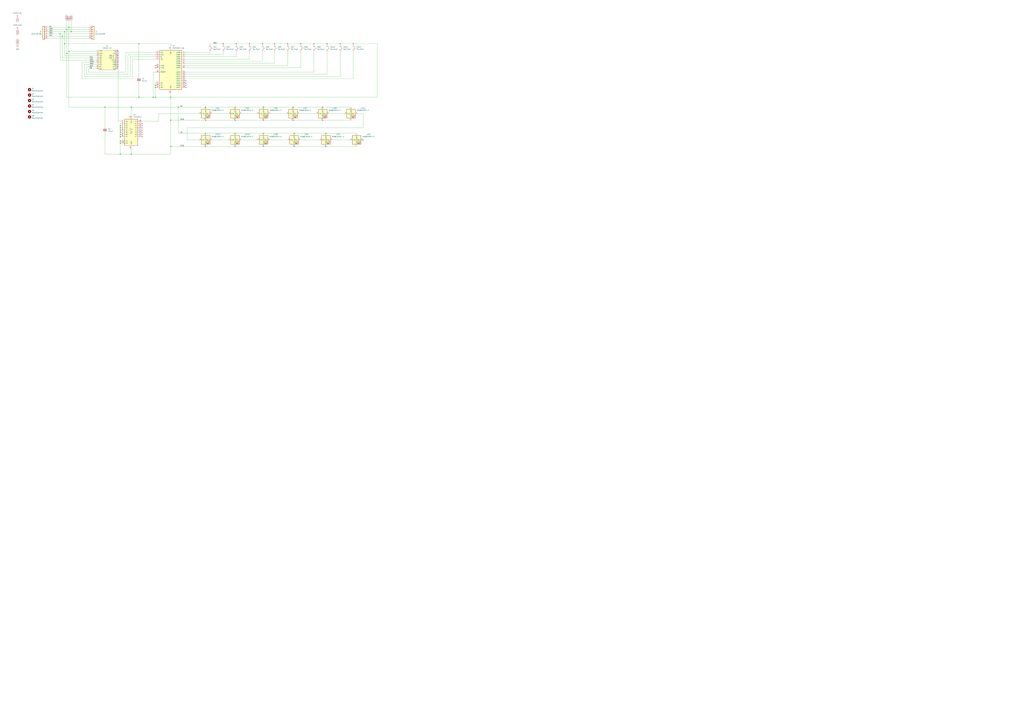
<source format=kicad_sch>
(kicad_sch (version 20250114) (generator "eeschema") (generator_version "9.0")
  (paper "A0")
  (lib_symbols
    (symbol "74xx:74AHC541" (pin_names (offset 1.016))
      (property "Reference" "U" (at -7.62 16.51 0))
      (property "Value" "74AHC541" (at -7.62 -16.51 0))
      (symbol "74AHC541_1_0"
        (polyline (pts (xy -1.27 -1.6002) (xy 0.635 -1.6002) (xy 0.635 0.9398) (xy 1.27 0.9398)))
        (polyline (pts (xy -0.635 -1.6002) (xy -0.635 0.9398) (xy 0.635 0.9398)))
        (polyline (pts (xy 1.27 3.4798) (xy -1.27 4.7498) (xy -1.27 2.2098) (xy 1.27 3.4798)) (stroke (width 0.1524)))
        (pin input line (at -12.7 12.7 0) (length 5.08) (name "A0") (number "2"))
        (pin input line (at -12.7 10.16 0) (length 5.08) (name "A1") (number "3"))
        (pin input line (at -12.7 7.62 0) (length 5.08) (name "A2") (number "4"))
        (pin input line (at -12.7 5.08 0) (length 5.08) (name "A3") (number "5"))
        (pin input line (at -12.7 2.54 0) (length 5.08) (name "A4") (number "6"))
        (pin input line (at -12.7 0 0) (length 5.08) (name "A5") (number "7"))
        (pin input line (at -12.7 -2.54 0) (length 5.08) (name "A6") (number "8"))
        (pin input line (at -12.7 -5.08 0) (length 5.08) (name "A7") (number "9"))
        (pin input inverted (at -12.7 -10.16 0) (length 5.08) (name "G1") (number "1"))
        (pin input inverted (at -12.7 -12.7 0) (length 5.08) (name "G2") (number "19"))
        (pin power_in line (at 0 20.32 270) (length 5.08) (name "VCC") (number "20"))
        (pin power_in line (at 0 -20.32 90) (length 5.08) (name "GND") (number "10"))
        (pin tri_state line (at 12.7 12.7 180) (length 5.08) (name "Y0") (number "18"))
        (pin tri_state line (at 12.7 10.16 180) (length 5.08) (name "Y1") (number "17"))
        (pin tri_state line (at 12.7 7.62 180) (length 5.08) (name "Y2") (number "16"))
        (pin tri_state line (at 12.7 5.08 180) (length 5.08) (name "Y3") (number "15"))
        (pin tri_state line (at 12.7 2.54 180) (length 5.08) (name "Y4") (number "14"))
        (pin tri_state line (at 12.7 0 180) (length 5.08) (name "Y5") (number "13"))
        (pin tri_state line (at 12.7 -2.54 180) (length 5.08) (name "Y6") (number "12"))
        (pin tri_state line (at 12.7 -5.08 180) (length 5.08) (name "Y7") (number "11"))
      )
      (symbol "74AHC541_1_1"
        (rectangle (start -7.62 15.24) (end 7.62 -15.24) (stroke (width 0.254)) (fill (type background)))
      )
    )
    (symbol "Connector_Generic:Conn_01x06" (pin_names (offset 1.016) (hide yes))
      (property "Reference" "J" (at 0 7.62 0))
      (property "Value" "Conn_01x06" (at 0 -10.16 0))
      (symbol "Conn_01x06_1_1"
        (rectangle (start -1.27 6.35) (end 1.27 -8.89) (stroke (width 0.254)) (fill (type background)))
        (rectangle (start -1.27 5.207) (end 0 4.953) (stroke (width 0.1524)))
        (rectangle (start -1.27 2.667) (end 0 2.413) (stroke (width 0.1524)))
        (rectangle (start -1.27 0.127) (end 0 -0.127) (stroke (width 0.1524)))
        (rectangle (start -1.27 -2.413) (end 0 -2.667) (stroke (width 0.1524)))
        (rectangle (start -1.27 -4.953) (end 0 -5.207) (stroke (width 0.1524)))
        (rectangle (start -1.27 -7.493) (end 0 -7.747) (stroke (width 0.1524)))
        (pin passive line (at -5.08 5.08 0) (length 3.81) (name "Pin_1") (number "1"))
        (pin passive line (at -5.08 2.54 0) (length 3.81) (name "Pin_2") (number "2"))
        (pin passive line (at -5.08 0 0) (length 3.81) (name "Pin_3") (number "3"))
        (pin passive line (at -5.08 -2.54 0) (length 3.81) (name "Pin_4") (number "4"))
        (pin passive line (at -5.08 -5.08 0) (length 3.81) (name "Pin_5") (number "5"))
        (pin passive line (at -5.08 -7.62 0) (length 3.81) (name "Pin_6") (number "6"))
      )
    )
    (symbol "Device:C" (pin_numbers (hide yes)) (pin_names (offset 0.254))
      (property "Reference" "C" (at 0.635 2.54 0))
      (property "Value" "C" (at 0.635 -2.54 0))
      (symbol "C_0_1"
        (polyline (pts (xy -2.032 0.762) (xy 2.032 0.762)) (stroke (width 0.508)))
        (polyline (pts (xy -2.032 -0.762) (xy 2.032 -0.762)) (stroke (width 0.508)))
      )
      (symbol "C_1_1"
        (pin passive line (at 0 3.81 270) (length 2.794) (name "~") (number "1"))
        (pin passive line (at 0 -3.81 90) (length 2.794) (name "~") (number "2"))
      )
    )
    (symbol "Interface_Expansion:MCP23S17_SO" (pin_names (offset 1.016))
      (property "Reference" "U" (at -11.43 24.13 0))
      (property "Value" "MCP23S17_SO" (at 0 0 0))
      (symbol "MCP23S17_SO_0_1"
        (rectangle (start -12.7 22.86) (end 12.7 -22.86) (stroke (width 0.254)) (fill (type background)))
      )
      (symbol "MCP23S17_SO_1_1"
        (pin input line (at -17.78 20.32 0) (length 5.08) (name "~{CS}") (number "11"))
        (pin input line (at -17.78 17.78 0) (length 5.08) (name "SCK") (number "12"))
        (pin input line (at -17.78 15.24 0) (length 5.08) (name "SI") (number "13"))
        (pin output line (at -17.78 12.7 0) (length 5.08) (name "SO") (number "14"))
        (pin tri_state line (at -17.78 5.08 0) (length 5.08) (name "INTB") (number "19"))
        (pin tri_state line (at -17.78 2.54 0) (length 5.08) (name "INTA") (number "20"))
        (pin input line (at -17.78 -2.54 0) (length 5.08) (name "~{RESET}") (number "18"))
        (pin input line (at -17.78 -15.24 0) (length 5.08) (name "A2") (number "17"))
        (pin input line (at -17.78 -17.78 0) (length 5.08) (name "A1") (number "16"))
        (pin input line (at -17.78 -20.32 0) (length 5.08) (name "A0") (number "15"))
        (pin power_in line (at 0 27.94 270) (length 5.08) (name "VDD") (number "9"))
        (pin power_in line (at 0 -27.94 90) (length 5.08) (name "VSS") (number "10"))
        (pin bidirectional line (at 17.78 20.32 180) (length 5.08) (name "GPB0") (number "1"))
        (pin bidirectional line (at 17.78 17.78 180) (length 5.08) (name "GPB1") (number "2"))
        (pin bidirectional line (at 17.78 15.24 180) (length 5.08) (name "GPB2") (number "3"))
        (pin bidirectional line (at 17.78 12.7 180) (length 5.08) (name "GPB3") (number "4"))
        (pin bidirectional line (at 17.78 10.16 180) (length 5.08) (name "GPB4") (number "5"))
        (pin bidirectional line (at 17.78 7.62 180) (length 5.08) (name "GPB5") (number "6"))
        (pin bidirectional line (at 17.78 5.08 180) (length 5.08) (name "GPB6") (number "7"))
        (pin bidirectional line (at 17.78 2.54 180) (length 5.08) (name "GPB7") (number "8"))
        (pin bidirectional line (at 17.78 -2.54 180) (length 5.08) (name "GPA0") (number "21"))
        (pin bidirectional line (at 17.78 -5.08 180) (length 5.08) (name "GPA1") (number "22"))
        (pin bidirectional line (at 17.78 -7.62 180) (length 5.08) (name "GPA2") (number "23"))
        (pin bidirectional line (at 17.78 -10.16 180) (length 5.08) (name "GPA3") (number "24"))
        (pin bidirectional line (at 17.78 -12.7 180) (length 5.08) (name "GPA4") (number "25"))
        (pin bidirectional line (at 17.78 -15.24 180) (length 5.08) (name "GPA5") (number "26"))
        (pin bidirectional line (at 17.78 -17.78 180) (length 5.08) (name "GPA6") (number "27"))
        (pin bidirectional line (at 17.78 -20.32 180) (length 5.08) (name "GPA7") (number "28"))
      )
    )
    (symbol "JonathanAdams-Waveshare-ESP32:Waveshare-ESP32-C3-Zero"
      (property "Reference" "U" (at -9.652 12.446 0))
      (symbol "Waveshare-ESP32-C3-Zero_1_1"
        (rectangle (start -10.16 11.43) (end 10.16 -11.43) (fill (type background)))
        (pin power_in line (at -12.7 10.16 0) (length 2.54) (name "VCC") (number "1"))
        (pin power_in line (at -12.7 7.62 0) (length 2.54) (name "GND") (number "2"))
        (pin power_out line (at -12.7 5.08 0) (length 2.54) (name "V3V") (number "3"))
        (pin bidirectional line (at -12.7 2.54 0) (length 2.54) (name "IO0") (number "4"))
        (pin bidirectional line (at -12.7 0 0) (length 2.54) (name "IO1") (number "5"))
        (pin bidirectional line (at -12.7 -2.54 0) (length 2.54) (name "IO2") (number "6"))
        (pin bidirectional line (at -12.7 -5.08 0) (length 2.54) (name "IO3") (number "7"))
        (pin bidirectional line (at -12.7 -7.62 0) (length 2.54) (name "IO4") (number "8"))
        (pin bidirectional line (at -12.7 -10.16 0) (length 2.54) (name "IO5") (number "9"))
        (pin bidirectional line (at 12.7 10.16 180) (length 2.54) (name "IO21") (number "18") (alternate "TX" bidirectional line))
        (pin bidirectional line (at 12.7 7.62 180) (length 2.54) (name "IO20") (number "17") (alternate "RX" bidirectional line))
        (pin bidirectional line (at 12.7 5.08 180) (length 2.54) (name "IO19") (number "16") (alternate "USB_D+" bidirectional line))
        (pin bidirectional line (at 12.7 2.54 180) (length 2.54) (name "IO18") (number "15") (alternate "USB_D-" bidirectional line))
        (pin bidirectional line (at 12.7 0 180) (length 2.54) (name "IO10") (number "14"))
        (pin bidirectional line (at 12.7 -2.54 180) (length 2.54) (name "IO9") (number "13"))
        (pin bidirectional line (at 12.7 -5.08 180) (length 2.54) (name "IO8") (number "12"))
        (pin bidirectional line (at 12.7 -7.62 180) (length 2.54) (name "IO7") (number "11"))
        (pin bidirectional line (at 12.7 -10.16 180) (length 2.54) (name "IO6") (number "10"))
      )
    )
    (symbol "Mechanical:MountingHole" (pin_names (offset 1.016)) (in_bom no)
      (property "Reference" "H" (at 0 5.08 0))
      (property "Value" "MountingHole" (at 0 3.175 0))
      (symbol "MountingHole_0_1"
        (circle (center 0 0) (radius 1.27) (stroke (width 1.27)))
      )
    )
    (symbol "PCM_marbastlib-various:SK6812MINI-E"
      (property "Reference" "LED" (at 2.54 6.35 0))
      (property "Value" "SK6812MINI-E" (at 7.62 -6.35 0))
      (symbol "SK6812MINI-E_0_0"
        (text "RGB" (at 2.286 -4.191 0) (effects (font (size 0.762 0.762))))
      )
      (symbol "SK6812MINI-E_0_1"
        (polyline (pts (xy 1.27 -2.54) (xy 1.778 -2.54)))
        (polyline (pts (xy 1.27 -3.556) (xy 1.778 -3.556)))
        (polyline (pts (xy 2.286 -1.524) (xy 1.27 -2.54) (xy 1.27 -2.032)))
        (polyline (pts (xy 2.286 -2.54) (xy 1.27 -3.556) (xy 1.27 -3.048)))
        (polyline (pts (xy 3.683 -1.016) (xy 3.683 -3.556) (xy 3.683 -4.064)))
        (polyline (pts (xy 4.699 -1.524) (xy 2.667 -1.524) (xy 3.683 -3.556) (xy 4.699 -1.524)))
        (polyline (pts (xy 4.699 -3.556) (xy 2.667 -3.556)))
        (rectangle (start 5.08 5.08) (end -5.08 -5.08) (stroke (width 0.254)) (fill (type background)))
      )
      (symbol "SK6812MINI-E_1_1"
        (pin input line (at -7.62 0 0) (length 2.54) (name "DIN") (number "3"))
        (pin power_in line (at 0 7.62 270) (length 2.54) (name "VDD") (number "1"))
        (pin power_in line (at 0 -7.62 90) (length 2.54) (name "VSS") (number "4"))
        (pin output line (at 7.62 0 180) (length 2.54) (name "DOUT") (number "2"))
      )
    )
    (symbol "Switch:SW_Push" (pin_numbers (hide yes)) (pin_names (offset 1.016) (hide yes))
      (property "Reference" "SW" (at 1.27 2.54 0))
      (property "Value" "SW_Push" (at 0 -1.524 0))
      (symbol "SW_Push_0_1"
        (circle (center -2.032 0) (radius 0.508))
        (polyline (pts (xy 0 1.27) (xy 0 3.048)))
        (circle (center 2.032 0) (radius 0.508))
        (polyline (pts (xy 2.54 1.27) (xy -2.54 1.27)))
        (pin passive line (at -5.08 0 0) (length 2.54) (name "1") (number "1"))
        (pin passive line (at 5.08 0 180) (length 2.54) (name "2") (number "2"))
      )
    )
    (symbol "power:GND" (power) (pin_numbers (hide yes)) (pin_names (offset 0) (hide yes))
      (property "Value" "GND" (at 0 -3.81 0))
      (symbol "GND_0_1"
        (polyline (pts (xy 0 0) (xy 0 -1.27) (xy 1.27 -1.27) (xy 0 -2.54) (xy -1.27 -1.27) (xy 0 -1.27)))
      )
      (symbol "GND_1_1"
        (pin power_in line (at 0 0 270) (length 0) (name "~") (number "1"))
      )
    )
    (symbol "power:PWR_FLAG" (power) (pin_numbers (hide yes)) (pin_names (offset 0) (hide yes))
      (property "Value" "PWR_FLAG" (at 0 3.81 0))
      (symbol "PWR_FLAG_0_0"
        (pin power_out line (at 0 0 90) (length 0) (name "~") (number "1"))
      )
      (symbol "PWR_FLAG_0_1"
        (polyline (pts (xy 0 0) (xy 0 1.27) (xy -1.016 1.905) (xy 0 2.54) (xy 1.016 1.905) (xy 0 1.27)))
      )
    )
  )
  (junction (at 340.36 124.46))
  (junction (at 341.63 154.94))
  (junction (at 152.4 124.46))
  (junction (at 152.4 179.07))
  (junction (at 259.08 50.8))
  (junction (at 180.34 113.03))
  (junction (at 273.05 154.94))
  (junction (at 180.34 99.06))
  (junction (at 139.7 179.07))
  (junction (at 378.46 154.94))
  (junction (at 238.76 154.94))
  (junction (at 139.7 158.75))
  (junction (at 410.21 50.8))
  (junction (at 139.7 166.37))
  (junction (at 378.46 170.18))
  (junction (at 121.92 124.46))
  (junction (at 139.7 156.21))
  (junction (at 334.01 50.8))
  (junction (at 69.85 39.37))
  (junction (at 273.05 170.18))
  (junction (at 139.7 146.05))
  (junction (at 139.7 153.67))
  (junction (at 349.25 50.8))
  (junction (at 198.12 113.03))
  (junction (at 198.12 139.7))
  (junction (at 238.76 124.46))
  (junction (at 139.7 151.13))
  (junction (at 394.97 50.8))
  (junction (at 74.93 50.8))
  (junction (at 139.7 163.83))
  (junction (at 289.56 50.8))
  (junction (at 80.01 31.75))
  (junction (at 318.77 50.8))
  (junction (at 274.32 50.8))
  (junction (at 198.12 170.18))
  (junction (at 77.47 34.29))
  (junction (at 72.39 41.91))
  (junction (at 374.65 124.46))
  (junction (at 273.05 139.7))
  (junction (at 74.93 36.83))
  (junction (at 379.73 50.8))
  (junction (at 341.63 170.18))
  (junction (at 161.29 113.03))
  (junction (at 207.01 124.46))
  (junction (at 80.01 59.69))
  (junction (at 77.47 62.23))
  (junction (at 82.55 36.83))
  (junction (at 306.07 154.94))
  (junction (at 304.8 50.8))
  (junction (at 180.34 101.6))
  (junction (at 238.76 170.18))
  (junction (at 306.07 170.18))
  (junction (at 364.49 50.8))
  (junction (at 161.29 50.8))
  (junction (at 306.07 139.7))
  (junction (at 340.36 139.7))
  (junction (at 238.76 139.7))
  (junction (at 374.65 139.7))
  (junction (at 273.05 124.46))
  (junction (at 139.7 148.59))
  (junction (at 306.07 124.46))
  (junction (at 177.8 113.03))
  (no_connect (at 215.9 101.6))
  (no_connect (at 137.16 77.47))
  (no_connect (at 165.1 151.13))
  (no_connect (at 165.1 148.59))
  (no_connect (at 165.1 158.75))
  (no_connect (at 165.1 143.51))
  (no_connect (at 215.9 96.52))
  (no_connect (at 137.16 72.39))
  (no_connect (at 180.34 76.2))
  (no_connect (at 165.1 156.21))
  (no_connect (at 137.16 59.69))
  (no_connect (at 137.16 69.85))
  (no_connect (at 165.1 153.67))
  (no_connect (at 137.16 67.31))
  (no_connect (at 215.9 93.98))
  (no_connect (at 165.1 146.05))
  (no_connect (at 180.34 78.74))
  (no_connect (at 137.16 74.93))
  (no_connect (at 215.9 99.06))
  (no_connect (at 137.16 62.23))
  (no_connect (at 421.64 162.56))
  (no_connect (at 137.16 64.77))
  (wire (pts (xy 165.1 140.97) (xy 184.15 140.97)))
  (wire (pts (xy 55.88 36.83) (xy 74.93 36.83)))
  (wire (pts (xy 238.76 139.7) (xy 273.05 139.7)))
  (wire (pts (xy 139.7 143.51) (xy 139.7 146.05)))
  (wire (pts (xy 215.9 73.66) (xy 318.77 73.66)))
  (wire (pts (xy 306.07 124.46) (xy 340.36 124.46)))
  (wire (pts (xy 415.29 132.08) (xy 421.64 132.08)))
  (wire (pts (xy 273.05 170.18) (xy 306.07 170.18)))
  (wire (pts (xy 82.55 36.83) (xy 102.87 36.83)))
  (wire (pts (xy 215.9 71.12) (xy 304.8 71.12)))
  (wire (pts (xy 184.15 140.97) (xy 184.15 132.08)))
  (wire (pts (xy 139.7 146.05) (xy 139.7 148.59)))
  (wire (pts (xy 80.01 24.13) (xy 80.01 31.75)))
  (wire (pts (xy 374.65 124.46) (xy 407.67 124.46)))
  (wire (pts (xy 274.32 50.8) (xy 289.56 50.8)))
  (wire (pts (xy 198.12 50.8) (xy 198.12 53.34)))
  (wire (pts (xy 148.59 63.5) (xy 180.34 63.5)))
  (wire (pts (xy 137.16 140.97) (xy 139.7 140.97)))
  (wire (pts (xy 215.9 88.9) (xy 394.97 88.9)))
  (wire (pts (xy 421.64 148.59) (xy 217.17 148.59)))
  (wire (pts (xy 215.9 86.36) (xy 379.73 86.36)))
  (wire (pts (xy 217.17 148.59) (xy 217.17 162.56)))
  (wire (pts (xy 77.47 34.29) (xy 102.87 34.29)))
  (wire (pts (xy 55.88 44.45) (xy 102.87 44.45)))
  (wire (pts (xy 95.25 72.39) (xy 95.25 91.44)))
  (wire (pts (xy 180.34 96.52) (xy 180.34 99.06)))
  (wire (pts (xy 259.08 63.5) (xy 215.9 63.5)))
  (wire (pts (xy 306.07 170.18) (xy 341.63 170.18)))
  (wire (pts (xy 151.13 66.04) (xy 180.34 66.04)))
  (wire (pts (xy 77.47 113.03) (xy 77.47 62.23)))
  (wire (pts (xy 313.69 162.56) (xy 334.01 162.56)))
  (wire (pts (xy 386.08 162.56) (xy 406.4 162.56)))
  (wire (pts (xy 438.15 113.03) (xy 438.15 50.8)))
  (wire (pts (xy 215.9 68.58) (xy 289.56 68.58)))
  (wire (pts (xy 121.92 124.46) (xy 80.01 124.46)))
  (wire (pts (xy 139.7 153.67) (xy 139.7 156.21)))
  (wire (pts (xy 341.63 170.18) (xy 378.46 170.18)))
  (wire (pts (xy 334.01 76.2) (xy 215.9 76.2)))
  (wire (pts (xy 273.05 139.7) (xy 306.07 139.7)))
  (wire (pts (xy 217.17 162.56) (xy 231.14 162.56)))
  (wire (pts (xy 77.47 24.13) (xy 77.47 34.29)))
  (wire (pts (xy 394.97 88.9) (xy 394.97 60.96)))
  (wire (pts (xy 153.67 91.44) (xy 153.67 68.58)))
  (wire (pts (xy 80.01 31.75) (xy 80.01 59.69)))
  (wire (pts (xy 180.34 99.06) (xy 180.34 101.6)))
  (wire (pts (xy 259.08 60.96) (xy 259.08 63.5)))
  (wire (pts (xy 318.77 73.66) (xy 318.77 60.96)))
  (wire (pts (xy 318.77 50.8) (xy 334.01 50.8)))
  (wire (pts (xy 238.76 154.94) (xy 273.05 154.94)))
  (wire (pts (xy 180.34 113.03) (xy 177.8 113.03)))
  (wire (pts (xy 364.49 60.96) (xy 364.49 83.82)))
  (wire (pts (xy 374.65 139.7) (xy 407.67 139.7)))
  (wire (pts (xy 274.32 50.8) (xy 259.08 50.8)))
  (wire (pts (xy 121.92 179.07) (xy 121.92 154.94)))
  (wire (pts (xy 152.4 179.07) (xy 152.4 173.99)))
  (wire (pts (xy 97.79 74.93) (xy 111.76 74.93)))
  (wire (pts (xy 379.73 86.36) (xy 379.73 60.96)))
  (wire (pts (xy 161.29 50.8) (xy 161.29 88.9)))
  (wire (pts (xy 139.7 158.75) (xy 139.7 163.83)))
  (wire (pts (xy 273.05 124.46) (xy 306.07 124.46)))
  (wire (pts (xy 137.16 80.01) (xy 137.16 140.97)))
  (wire (pts (xy 180.34 60.96) (xy 146.05 60.96)))
  (wire (pts (xy 121.92 124.46) (xy 121.92 147.32)))
  (wire (pts (xy 69.85 39.37) (xy 102.87 39.37)))
  (wire (pts (xy 410.21 50.8) (xy 394.97 50.8)))
  (wire (pts (xy 207.01 124.46) (xy 238.76 124.46)))
  (wire (pts (xy 100.33 77.47) (xy 111.76 77.47)))
  (wire (pts (xy 304.8 50.8) (xy 318.77 50.8)))
  (wire (pts (xy 207.01 154.94) (xy 238.76 154.94)))
  (wire (pts (xy 74.93 64.77) (xy 111.76 64.77)))
  (wire (pts (xy 100.33 86.36) (xy 148.59 86.36)))
  (wire (pts (xy 280.67 132.08) (xy 298.45 132.08)))
  (wire (pts (xy 80.01 59.69) (xy 111.76 59.69)))
  (wire (pts (xy 184.15 132.08) (xy 231.14 132.08)))
  (wire (pts (xy 72.39 67.31) (xy 72.39 41.91)))
  (wire (pts (xy 55.88 34.29) (xy 77.47 34.29)))
  (wire (pts (xy 77.47 34.29) (xy 77.47 62.23)))
  (wire (pts (xy 215.9 60.96) (xy 243.84 60.96)))
  (wire (pts (xy 177.8 113.03) (xy 161.29 113.03)))
  (wire (pts (xy 347.98 132.08) (xy 367.03 132.08)))
  (wire (pts (xy 349.25 162.56) (xy 370.84 162.56)))
  (wire (pts (xy 74.93 64.77) (xy 74.93 50.8)))
  (wire (pts (xy 198.12 113.03) (xy 438.15 113.03)))
  (wire (pts (xy 334.01 50.8) (xy 349.25 50.8)))
  (wire (pts (xy 198.12 139.7) (xy 198.12 113.03)))
  (wire (pts (xy 313.69 132.08) (xy 332.74 132.08)))
  (wire (pts (xy 102.87 83.82) (xy 102.87 80.01)))
  (wire (pts (xy 198.12 170.18) (xy 198.12 179.07)))
  (wire (pts (xy 259.08 50.8) (xy 243.84 50.8)))
  (wire (pts (xy 97.79 74.93) (xy 97.79 88.9)))
  (wire (pts (xy 55.88 31.75) (xy 80.01 31.75)))
  (wire (pts (xy 74.93 50.8) (xy 161.29 50.8)))
  (wire (pts (xy 238.76 124.46) (xy 273.05 124.46)))
  (wire (pts (xy 153.67 68.58) (xy 180.34 68.58)))
  (wire (pts (xy 349.25 50.8) (xy 364.49 50.8)))
  (wire (pts (xy 55.88 41.91) (xy 72.39 41.91)))
  (wire (pts (xy 306.07 139.7) (xy 340.36 139.7)))
  (wire (pts (xy 82.55 24.13) (xy 82.55 36.83)))
  (wire (pts (xy 198.12 139.7) (xy 198.12 170.18)))
  (wire (pts (xy 198.12 113.03) (xy 180.34 113.03)))
  (wire (pts (xy 280.67 162.56) (xy 298.45 162.56)))
  (wire (pts (xy 198.12 109.22) (xy 198.12 113.03)))
  (wire (pts (xy 95.25 91.44) (xy 153.67 91.44)))
  (wire (pts (xy 77.47 62.23) (xy 111.76 62.23)))
  (wire (pts (xy 139.7 151.13) (xy 139.7 153.67)))
  (wire (pts (xy 273.05 154.94) (xy 306.07 154.94)))
  (wire (pts (xy 207.01 124.46) (xy 207.01 154.94)))
  (wire (pts (xy 139.7 179.07) (xy 139.7 166.37)))
  (wire (pts (xy 246.38 162.56) (xy 265.43 162.56)))
  (wire (pts (xy 215.9 66.04) (xy 274.32 66.04)))
  (wire (pts (xy 207.01 124.46) (xy 152.4 124.46)))
  (wire (pts (xy 139.7 156.21) (xy 139.7 158.75)))
  (wire (pts (xy 95.25 72.39) (xy 111.76 72.39)))
  (wire (pts (xy 198.12 179.07) (xy 152.4 179.07)))
  (wire (pts (xy 151.13 88.9) (xy 151.13 66.04)))
  (wire (pts (xy 379.73 50.8) (xy 394.97 50.8)))
  (wire (pts (xy 69.85 69.85) (xy 111.76 69.85)))
  (wire (pts (xy 215.9 83.82) (xy 364.49 83.82)))
  (wire (pts (xy 378.46 154.94) (xy 414.02 154.94)))
  (wire (pts (xy 421.64 132.08) (xy 421.64 148.59)))
  (wire (pts (xy 246.38 132.08) (xy 265.43 132.08)))
  (wire (pts (xy 161.29 50.8) (xy 198.12 50.8)))
  (wire (pts (xy 152.4 179.07) (xy 139.7 179.07)))
  (wire (pts (xy 146.05 60.96) (xy 146.05 83.82)))
  (wire (pts (xy 139.7 163.83) (xy 139.7 166.37)))
  (wire (pts (xy 152.4 124.46) (xy 121.92 124.46)))
  (wire (pts (xy 146.05 83.82) (xy 102.87 83.82)))
  (wire (pts (xy 334.01 60.96) (xy 334.01 76.2)))
  (wire (pts (xy 289.56 50.8) (xy 304.8 50.8)))
  (wire (pts (xy 152.4 124.46) (xy 152.4 133.35)))
  (wire (pts (xy 438.15 50.8) (xy 410.21 50.8)))
  (wire (pts (xy 69.85 69.85) (xy 69.85 39.37)))
  (wire (pts (xy 378.46 170.18) (xy 414.02 170.18)))
  (wire (pts (xy 139.7 148.59) (xy 139.7 151.13)))
  (wire (pts (xy 72.39 41.91) (xy 102.87 41.91)))
  (wire (pts (xy 349.25 78.74) (xy 349.25 60.96)))
  (wire (pts (xy 304.8 60.96) (xy 304.8 71.12)))
  (wire (pts (xy 340.36 139.7) (xy 374.65 139.7)))
  (wire (pts (xy 161.29 96.52) (xy 161.29 113.03)))
  (wire (pts (xy 410.21 91.44) (xy 410.21 60.96)))
  (wire (pts (xy 139.7 179.07) (xy 121.92 179.07)))
  (wire (pts (xy 198.12 170.18) (xy 238.76 170.18)))
  (wire (pts (xy 289.56 68.58) (xy 289.56 60.96)))
  (wire (pts (xy 80.01 31.75) (xy 102.87 31.75)))
  (wire (pts (xy 97.79 88.9) (xy 151.13 88.9)))
  (wire (pts (xy 215.9 91.44) (xy 410.21 91.44)))
  (wire (pts (xy 306.07 154.94) (xy 341.63 154.94)))
  (wire (pts (xy 55.88 39.37) (xy 69.85 39.37)))
  (wire (pts (xy 274.32 60.96) (xy 274.32 66.04)))
  (wire (pts (xy 341.63 154.94) (xy 378.46 154.94)))
  (wire (pts (xy 180.34 101.6) (xy 180.34 113.03)))
  (wire (pts (xy 364.49 50.8) (xy 379.73 50.8)))
  (wire (pts (xy 74.93 36.83) (xy 82.55 36.83)))
  (wire (pts (xy 180.34 83.82) (xy 177.8 83.82)))
  (wire (pts (xy 238.76 170.18) (xy 273.05 170.18)))
  (wire (pts (xy 340.36 124.46) (xy 374.65 124.46)))
  (wire (pts (xy 382.27 132.08) (xy 400.05 132.08)))
  (wire (pts (xy 100.33 77.47) (xy 100.33 86.36)))
  (wire (pts (xy 74.93 36.83) (xy 74.93 50.8)))
  (wire (pts (xy 161.29 113.03) (xy 77.47 113.03)))
  (wire (pts (xy 177.8 83.82) (xy 177.8 113.03)))
  (wire (pts (xy 238.76 139.7) (xy 198.12 139.7)))
  (wire (pts (xy 72.39 67.31) (xy 111.76 67.31)))
  (wire (pts (xy 80.01 59.69) (xy 80.01 124.46)))
  (wire (pts (xy 215.9 78.74) (xy 349.25 78.74)))
  (wire (pts (xy 102.87 80.01) (xy 111.76 80.01)))
  (wire (pts (xy 148.59 86.36) (xy 148.59 63.5)))
  (label "5V" (at 209.55 154.94 0))
  (label "5V" (at 57.15 31.75 0))
  (label "3V3" (at 57.15 36.83 0))
  (label "SDA" (at 57.15 39.37 0))
  (label "GND" (at 209.55 170.18 0))
  (label "MISO" (at 104.14 72.39 0))
  (label "SDA" (at 104.14 69.85 0))
  (label "5V" (at 209.55 124.46 0))
  (label "GND" (at 209.55 139.7 0))
  (label "MOSI" (at 104.14 74.93 0))
  (label "SCK" (at 104.14 77.47 0))
  (label "SLC" (at 104.14 67.31 0))
  (label "GND" (at 247.65 50.8 0))
  (label "SLC" (at 57.15 41.91 0))
  (label "~{CS}" (at 104.14 80.01 0))
  (label "GND" (at 57.15 34.29 0))
  (global_label "GND" (shape input) (at 20.32 52.07 90) (property "Intersheetrefs" "${INTERSHEET_REFS}" (effects (hide yes))))
  (global_label "3V3" (shape input) (at 82.55 24.13 90) (property "Intersheetrefs" "${INTERSHEET_REFS}" (effects (hide yes))))
  (global_label "3V3" (shape input) (at 20.32 34.29 270) (property "Intersheetrefs" "${INTERSHEET_REFS}" (effects (hide yes))))
  (global_label "GND" (shape input) (at 77.47 24.13 90) (property "Intersheetrefs" "${INTERSHEET_REFS}" (effects (hide yes))))
  (global_label "5V" (shape input) (at 20.32 20.32 270) (property "Intersheetrefs" "${INTERSHEET_REFS}" (effects (hide yes))))
  (global_label "5V" (shape input) (at 80.01 24.13 90) (property "Intersheetrefs" "${INTERSHEET_REFS}" (effects (hide yes))))
  (symbol (lib_id "Mechanical:MountingHole") (at 34.29 129.54 0) (unit 1) (in_bom no)
    (property "Reference" "H5" (at 36.83 128.2699 0) (effects (justify left)))
    (property "Value" "MountingHole" (at 36.83 130.8099 0) (effects (justify left)))
    (property "Footprint" "MountingHole:MountingHole_2.2mm_M2" (effects (hide yes)))
    (property "Description" "Mounting Hole without connection" (effects (hide yes)))
  )
  (symbol (lib_id "PCM_marbastlib-various:SK6812MINI-E") (at 273.05 162.56 0) (unit 1)
    (property "Reference" "LED10" (at 287.02 156.1398 0))
    (property "Value" "SK6812MINI-E" (at 287.02 158.6798 0))
    (property "Footprint" "PCM_marbastlib-choc:LED_choc_6028R-ROT" (effects (hide yes)))
    (property "Description" "Reverse mount adressable LED (WS2812 protocol)" (effects (hide yes)))
  )
  (symbol (lib_id "Connector_Generic:Conn_01x06") (at 50.8 36.83 0) (mirror y) (unit 1)
    (property "Reference" "J2" (at 48.26 36.8299 0) (effects (justify left)))
    (property "Value" "Conn_01x06" (at 48.26 39.3699 0) (effects (justify left)))
    (property "Footprint" "Tommy:PinSocket_1x06_P2.54mm_MagPogoHor_R" (effects (hide yes)))
    (property "Description" "Generic connector, single row, 01x06, script generated (kicad-library-utils/schlib/autogen/connector/)" (effects (hide yes)))
  )
  (symbol (lib_id "Switch:SW_Push") (at 318.77 55.88 270) (unit 1)
    (property "Reference" "SW6" (at 322.58 54.6099 90) (effects (justify left)))
    (property "Value" "SW_Push" (at 322.58 57.1499 90) (effects (justify left)))
    (property "Footprint" "PCM_Switch_Keyboard_Hotswap_Kailh:SW_Hotswap_Kailh_Choc_V1_1.50u" (effects (hide yes)))
    (property "Description" "Push button switch, generic, two pins" (effects (hide yes)))
  )
  (symbol (lib_id "Mechanical:MountingHole") (at 34.29 135.89 0) (unit 1) (in_bom no)
    (property "Reference" "H6" (at 36.83 134.6199 0) (effects (justify left)))
    (property "Value" "MountingHole" (at 36.83 137.1599 0) (effects (justify left)))
    (property "Footprint" "MountingHole:MountingHole_2.2mm_M2" (effects (hide yes)))
    (property "Description" "Mounting Hole without connection" (effects (hide yes)))
  )
  (symbol (lib_id "Device:C") (at 121.92 151.13 0) (unit 1)
    (property "Reference" "C2" (at 125.73 149.8599 0) (effects (justify left)))
    (property "Value" "0.1uF" (at 125.73 152.3999 0) (effects (justify left)))
    (property "Footprint" "Capacitor_SMD:C_1206_3216Metric_Pad1.33x1.80mm_HandSolder" (effects (hide yes)))
    (property "Description" "Unpolarized capacitor" (effects (hide yes)))
  )
  (symbol (lib_id "Mechanical:MountingHole") (at 34.29 123.19 0) (unit 1) (in_bom no)
    (property "Reference" "H4" (at 36.83 121.9199 0) (effects (justify left)))
    (property "Value" "MountingHole" (at 36.83 124.4599 0) (effects (justify left)))
    (property "Footprint" "MountingHole:MountingHole_2.2mm_M2" (effects (hide yes)))
    (property "Description" "Mounting Hole without connection" (effects (hide yes)))
  )
  (symbol (lib_id "Switch:SW_Push") (at 379.73 55.88 270) (unit 1)
    (property "Reference" "SW10" (at 383.54 54.6099 90) (effects (justify left)))
    (property "Value" "SW_Push" (at 383.54 57.1499 90) (effects (justify left)))
    (property "Footprint" "PCM_Switch_Keyboard_Hotswap_Kailh:SW_Hotswap_Kailh_Choc_V1_1.50u" (effects (hide yes)))
    (property "Description" "Push button switch, generic, two pins" (effects (hide yes)))
  )
  (symbol (lib_id "Switch:SW_Push") (at 243.84 55.88 270) (unit 1)
    (property "Reference" "SW1" (at 247.65 54.6099 90) (effects (justify left)))
    (property "Value" "SW_Push" (at 247.65 57.1499 90) (effects (justify left)))
    (property "Footprint" "PCM_Switch_Keyboard_Hotswap_Kailh:SW_Hotswap_Kailh_Choc_V1_1.50u" (effects (hide yes)))
    (property "Description" "Push button switch, generic, two pins" (effects (hide yes)))
  )
  (symbol (lib_id "Mechanical:MountingHole") (at 34.29 116.84 0) (unit 1) (in_bom no)
    (property "Reference" "H3" (at 36.83 115.5699 0) (effects (justify left)))
    (property "Value" "MountingHole" (at 36.83 118.1099 0) (effects (justify left)))
    (property "Footprint" "MountingHole:MountingHole_2.2mm_M2" (effects (hide yes)))
    (property "Description" "Mounting Hole without connection" (effects (hide yes)))
  )
  (symbol (lib_id "74xx:74AHC541") (at 152.4 153.67 0) (unit 1)
    (property "Reference" "U3" (at 154.5433 133.35 0) (effects (justify left)))
    (property "Value" "74AHC541" (at 154.5433 135.89 0) (effects (justify left)))
    (property "Footprint" "Package_SO:SOIC-20W_7.5x12.8mm_P1.27mm" (effects (hide yes)))
    (property "Datasheet" "https://www.ti.com/lit/ds/symlink/sn74ahc541.pdf" (effects (hide yes)))
    (property "Description" "8-bit Buffer/Line Driver 3-state outputs" (effects (hide yes)))
  )
  (symbol (lib_id "PCM_marbastlib-various:SK6812MINI-E") (at 238.76 162.56 0) (unit 1)
    (property "Reference" "LED12" (at 252.73 156.1398 0))
    (property "Value" "SK6812MINI-E" (at 252.73 158.6798 0))
    (property "Footprint" "PCM_marbastlib-choc:LED_choc_6028R-ROT" (effects (hide yes)))
    (property "Description" "Reverse mount adressable LED (WS2812 protocol)" (effects (hide yes)))
  )
  (symbol (lib_id "Device:C") (at 161.29 92.71 0) (unit 1)
    (property "Reference" "C1" (at 165.1 91.4399 0) (effects (justify left)))
    (property "Value" "0.1uF" (at 165.1 93.9799 0) (effects (justify left)))
    (property "Footprint" "Capacitor_SMD:C_1206_3216Metric_Pad1.33x1.80mm_HandSolder" (effects (hide yes)))
    (property "Description" "Unpolarized capacitor" (effects (hide yes)))
  )
  (symbol (lib_id "PCM_marbastlib-various:SK6812MINI-E") (at 378.46 162.56 0) (unit 1)
    (property "Reference" "LED4" (at 392.43 156.1398 0))
    (property "Value" "SK6812MINI-E" (at 392.43 158.6798 0))
    (property "Footprint" "PCM_marbastlib-choc:LED_choc_6028R-ROT" (effects (hide yes)))
    (property "Description" "Reverse mount adressable LED (WS2812 protocol)" (effects (hide yes)))
  )
  (symbol (lib_id "Switch:SW_Push") (at 259.08 55.88 270) (unit 1)
    (property "Reference" "SW2" (at 262.89 54.6099 90) (effects (justify left)))
    (property "Value" "SW_Push" (at 262.89 57.1499 90) (effects (justify left)))
    (property "Footprint" "PCM_Switch_Keyboard_Hotswap_Kailh:SW_Hotswap_Kailh_Choc_V1_1.50u" (effects (hide yes)))
    (property "Description" "Push button switch, generic, two pins" (effects (hide yes)))
  )
  (symbol (lib_id "power:PWR_FLAG") (at 20.32 20.32 0) (unit 1)
    (property "Reference" "#FLG01" (effects (hide yes)))
    (property "Value" "PWR_FLAG" (at 20.32 15.24 0))
    (property "Description" "Special symbol for telling ERC where power comes from" (effects (hide yes)))
  )
  (symbol (lib_id "power:PWR_FLAG") (at 20.32 34.29 0) (unit 1)
    (property "Reference" "#FLG02" (effects (hide yes)))
    (property "Value" "PWR_FLAG" (at 20.32 29.21 0))
    (property "Description" "Special symbol for telling ERC where power comes from" (effects (hide yes)))
  )
  (symbol (lib_id "Switch:SW_Push") (at 394.97 55.88 270) (unit 1)
    (property "Reference" "SW11" (at 398.78 54.6099 90) (effects (justify left)))
    (property "Value" "SW_Push" (at 398.78 57.1499 90) (effects (justify left)))
    (property "Footprint" "PCM_Switch_Keyboard_Hotswap_Kailh:SW_Hotswap_Kailh_Choc_V1_1.50u" (effects (hide yes)))
    (property "Description" "Push button switch, generic, two pins" (effects (hide yes)))
  )
  (symbol (lib_id "Switch:SW_Push") (at 289.56 55.88 270) (unit 1)
    (property "Reference" "SW4" (at 293.37 54.6099 90) (effects (justify left)))
    (property "Value" "SW_Push" (at 293.37 57.1499 90) (effects (justify left)))
    (property "Footprint" "PCM_Switch_Keyboard_Hotswap_Kailh:SW_Hotswap_Kailh_Choc_V1_1.50u" (effects (hide yes)))
    (property "Description" "Push button switch, generic, two pins" (effects (hide yes)))
  )
  (symbol (lib_id "Switch:SW_Push") (at 274.32 55.88 270) (unit 1)
    (property "Reference" "SW3" (at 278.13 54.6099 90) (effects (justify left)))
    (property "Value" "SW_Push" (at 278.13 57.1499 90) (effects (justify left)))
    (property "Footprint" "PCM_Switch_Keyboard_Hotswap_Kailh:SW_Hotswap_Kailh_Choc_V1_1.50u" (effects (hide yes)))
    (property "Description" "Push button switch, generic, two pins" (effects (hide yes)))
  )
  (symbol (lib_id "Interface_Expansion:MCP23S17_SO") (at 198.12 81.28 0) (unit 1)
    (property "Reference" "U2" (at 200.2633 53.34 0) (effects (justify left)))
    (property "Value" "MCP23S17_SO" (at 200.2633 55.88 0) (effects (justify left)))
    (property "Footprint" "Package_SO:SOIC-28W_7.5x17.9mm_P1.27mm" (effects (hide yes)))
    (property "Datasheet" "http://ww1.microchip.com/downloads/en/DeviceDoc/20001952C.pdf" (effects (hide yes)))
    (property "Description" "16-bit I/O expander, SPI, interrupts, w pull-ups, SOIC-28" (effects (hide yes)))
  )
  (symbol (lib_id "PCM_marbastlib-various:SK6812MINI-E") (at 341.63 162.56 0) (unit 1)
    (property "Reference" "LED6" (at 355.6 156.1398 0))
    (property "Value" "SK6812MINI-E" (at 355.6 158.6798 0))
    (property "Footprint" "PCM_marbastlib-choc:LED_choc_6028R-ROT" (effects (hide yes)))
    (property "Description" "Reverse mount adressable LED (WS2812 protocol)" (effects (hide yes)))
  )
  (symbol (lib_id "PCM_marbastlib-various:SK6812MINI-E") (at 238.76 132.08 0) (unit 1)
    (property "Reference" "LED1" (at 252.73 125.6598 0))
    (property "Value" "SK6812MINI-E" (at 252.73 128.1998 0))
    (property "Footprint" "PCM_marbastlib-choc:LED_choc_6028R-ROT" (effects (hide yes)))
    (property "Description" "Reverse mount adressable LED (WS2812 protocol)" (effects (hide yes)))
  )
  (symbol (lib_id "power:GND") (at 20.32 52.07 0) (unit 1)
    (property "Reference" "#PWR01" (effects (hide yes)))
    (property "Value" "GND" (at 20.32 57.15 0))
    (property "Description" "Power symbol creates a global label with name \"GND\" , ground" (effects (hide yes)))
  )
  (symbol (lib_id "Connector_Generic:Conn_01x06") (at 107.95 36.83 0) (unit 1)
    (property "Reference" "J1" (at 110.49 36.8299 0) (effects (justify left)))
    (property "Value" "Conn_01x06" (at 110.49 39.3699 0) (effects (justify left)))
    (property "Footprint" "Tommy:PinSocket_1x06_P2.54mm_MagPogoHor" (effects (hide yes)))
    (property "Description" "Generic connector, single row, 01x06, script generated (kicad-library-utils/schlib/autogen/connector/)" (effects (hide yes)))
  )
  (symbol (lib_id "Switch:SW_Push") (at 364.49 55.88 270) (unit 1)
    (property "Reference" "SW9" (at 368.3 54.6099 90) (effects (justify left)))
    (property "Value" "SW_Push" (at 368.3 57.1499 90) (effects (justify left)))
    (property "Footprint" "PCM_Switch_Keyboard_Hotswap_Kailh:SW_Hotswap_Kailh_Choc_V1_1.50u" (effects (hide yes)))
    (property "Description" "Push button switch, generic, two pins" (effects (hide yes)))
  )
  (symbol (lib_id "PCM_marbastlib-various:SK6812MINI-E") (at 407.67 132.08 0) (unit 1)
    (property "Reference" "LED11" (at 421.64 125.6598 0))
    (property "Value" "SK6812MINI-E" (at 421.64 128.1998 0))
    (property "Footprint" "PCM_marbastlib-choc:LED_choc_6028R-ROT" (effects (hide yes)))
    (property "Description" "Reverse mount adressable LED (WS2812 protocol)" (effects (hide yes)))
  )
  (symbol (lib_id "Mechanical:MountingHole") (at 34.29 110.49 0) (unit 1) (in_bom no)
    (property "Reference" "H2" (at 36.83 109.2199 0) (effects (justify left)))
    (property "Value" "MountingHole" (at 36.83 111.7599 0) (effects (justify left)))
    (property "Footprint" "MountingHole:MountingHole_2.2mm_M2" (effects (hide yes)))
    (property "Description" "Mounting Hole without connection" (effects (hide yes)))
  )
  (symbol (lib_id "PCM_marbastlib-various:SK6812MINI-E") (at 306.07 132.08 0) (unit 1)
    (property "Reference" "LED5" (at 320.04 125.6598 0))
    (property "Value" "SK6812MINI-E" (at 320.04 128.1998 0))
    (property "Footprint" "PCM_marbastlib-choc:LED_choc_6028R-ROT" (effects (hide yes)))
    (property "Description" "Reverse mount adressable LED (WS2812 protocol)" (effects (hide yes)))
  )
  (symbol (lib_id "Switch:SW_Push") (at 304.8 55.88 270) (unit 1)
    (property "Reference" "SW5" (at 308.61 54.6099 90) (effects (justify left)))
    (property "Value" "SW_Push" (at 308.61 57.1499 90) (effects (justify left)))
    (property "Footprint" "PCM_Switch_Keyboard_Hotswap_Kailh:SW_Hotswap_Kailh_Choc_V1_1.50u" (effects (hide yes)))
    (property "Description" "Push button switch, generic, two pins" (effects (hide yes)))
  )
  (symbol (lib_id "PCM_marbastlib-various:SK6812MINI-E") (at 374.65 132.08 0) (unit 1)
    (property "Reference" "LED9" (at 388.62 125.6598 0))
    (property "Value" "SK6812MINI-E" (at 388.62 128.1998 0))
    (property "Footprint" "PCM_marbastlib-choc:LED_choc_6028R-ROT" (effects (hide yes)))
    (property "Description" "Reverse mount adressable LED (WS2812 protocol)" (effects (hide yes)))
  )
  (symbol (lib_id "PCM_marbastlib-various:SK6812MINI-E") (at 414.02 162.56 0) (unit 1)
    (property "Reference" "LED2" (at 427.99 156.1398 0))
    (property "Value" "SK6812MINI-E" (at 427.99 158.6798 0))
    (property "Footprint" "PCM_marbastlib-choc:LED_choc_6028R-ROT" (effects (hide yes)))
    (property "Description" "Reverse mount adressable LED (WS2812 protocol)" (effects (hide yes)))
  )
  (symbol (lib_id "JonathanAdams-Waveshare-ESP32:Waveshare-ESP32-C3-Zero") (at 124.46 69.85 0) (unit 1)
    (property "Reference" "U1" (at 124.46 53.34 0))
    (property "Value" "ESP32-C3" (at 124.46 55.88 0))
    (property "Footprint" "JonathanAdams-Waveshare-ESP32:Waveshare-ESP32-C3-Zero" (effects (hide yes)))
    (property "Datasheet" "https://www.waveshare.com/wiki/ESP32-C3-Zero" (effects (hide yes)))
    (pin "15" (alternate "USB_D-"))
    (pin "18" (alternate "TX"))
    (pin "17" (alternate "RX"))
    (pin "16" (alternate "USB_D+"))
  )
  (symbol (lib_id "Switch:SW_Push") (at 334.01 55.88 270) (unit 1)
    (property "Reference" "SW7" (at 337.82 54.6099 90) (effects (justify left)))
    (property "Value" "SW_Push" (at 337.82 57.1499 90) (effects (justify left)))
    (property "Footprint" "PCM_Switch_Keyboard_Hotswap_Kailh:SW_Hotswap_Kailh_Choc_V1_1.50u" (effects (hide yes)))
    (property "Description" "Push button switch, generic, two pins" (effects (hide yes)))
  )
  (symbol (lib_id "PCM_marbastlib-various:SK6812MINI-E") (at 273.05 132.08 0) (unit 1)
    (property "Reference" "LED3" (at 287.02 125.6598 0))
    (property "Value" "SK6812MINI-E" (at 287.02 128.1998 0))
    (property "Footprint" "PCM_marbastlib-choc:LED_choc_6028R-ROT" (effects (hide yes)))
    (property "Description" "Reverse mount adressable LED (WS2812 protocol)" (effects (hide yes)))
  )
  (symbol (lib_id "Switch:SW_Push") (at 410.21 55.88 270) (unit 1)
    (property "Reference" "SW12" (at 414.02 54.6099 90) (effects (justify left)))
    (property "Value" "SW_Push" (at 414.02 57.1499 90) (effects (justify left)))
    (property "Footprint" "PCM_Switch_Keyboard_Hotswap_Kailh:SW_Hotswap_Kailh_Choc_V1_1.50u" (effects (hide yes)))
    (property "Description" "Push button switch, generic, two pins" (effects (hide yes)))
  )
  (symbol (lib_id "PCM_marbastlib-various:SK6812MINI-E") (at 340.36 132.08 0) (unit 1)
    (property "Reference" "LED7" (at 354.33 125.6598 0))
    (property "Value" "SK6812MINI-E" (at 354.33 128.1998 0))
    (property "Footprint" "PCM_marbastlib-choc:LED_choc_6028R-ROT" (effects (hide yes)))
    (property "Description" "Reverse mount adressable LED (WS2812 protocol)" (effects (hide yes)))
  )
  (symbol (lib_id "PCM_marbastlib-various:SK6812MINI-E") (at 306.07 162.56 0) (unit 1)
    (property "Reference" "LED8" (at 320.04 156.1398 0))
    (property "Value" "SK6812MINI-E" (at 320.04 158.6798 0))
    (property "Footprint" "PCM_marbastlib-choc:LED_choc_6028R-ROT" (effects (hide yes)))
    (property "Description" "Reverse mount adressable LED (WS2812 protocol)" (effects (hide yes)))
  )
  (symbol (lib_id "Switch:SW_Push") (at 349.25 55.88 270) (unit 1)
    (property "Reference" "SW8" (at 353.06 54.6099 90) (effects (justify left)))
    (property "Value" "SW_Push" (at 353.06 57.1499 90) (effects (justify left)))
    (property "Footprint" "PCM_Switch_Keyboard_Hotswap_Kailh:SW_Hotswap_Kailh_Choc_V1_1.50u" (effects (hide yes)))
    (property "Description" "Push button switch, generic, two pins" (effects (hide yes)))
  )
  (symbol (lib_id "Mechanical:MountingHole") (at 34.29 104.14 0) (unit 1) (in_bom no)
    (property "Reference" "H1" (at 36.83 102.8699 0) (effects (justify left)))
    (property "Value" "MountingHole" (at 36.83 105.4099 0) (effects (justify left)))
    (property "Footprint" "MountingHole:MountingHole_2.2mm_M2" (effects (hide yes)))
    (property "Description" "Mounting Hole without connection" (effects (hide yes)))
  )
)
</source>
